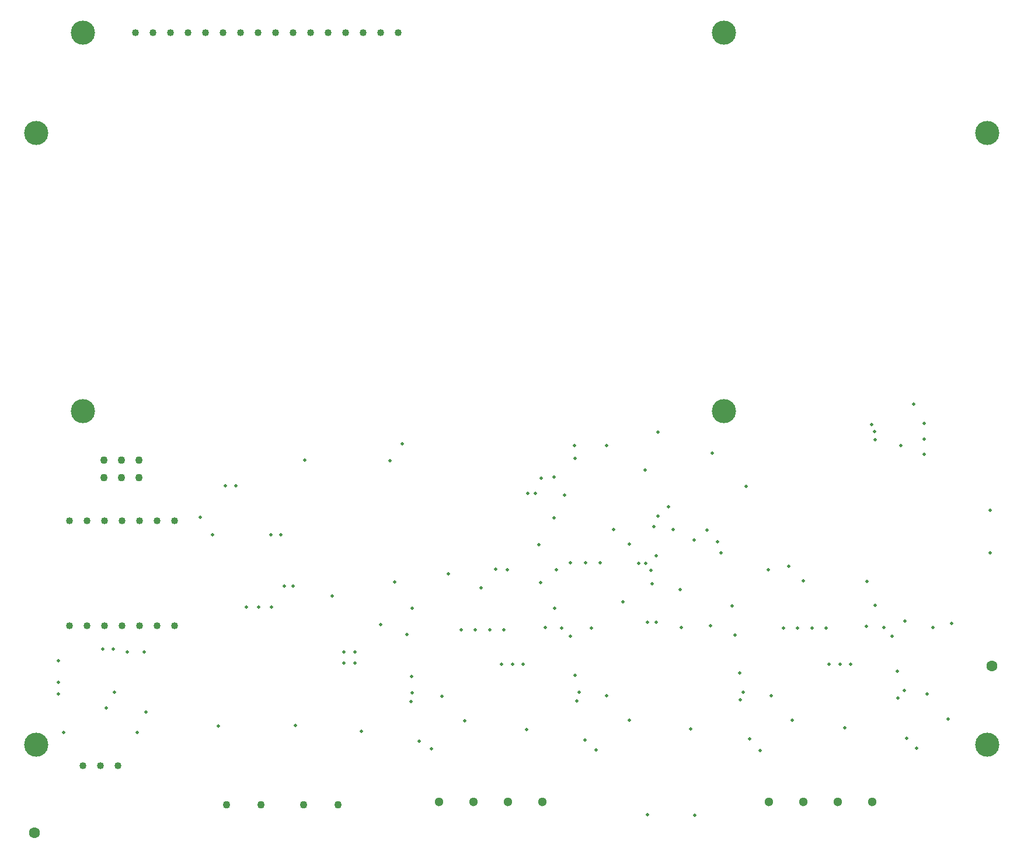
<source format=gbr>
%TF.GenerationSoftware,Altium Limited,Altium Designer,25.1.2 (22)*%
G04 Layer_Color=0*
%FSLAX26Y26*%
%MOIN*%
%TF.SameCoordinates,F7076460-2797-427A-AE81-16C54333DA03*%
%TF.FilePolarity,Positive*%
%TF.FileFunction,Plated,1,2,PTH,Drill*%
%TF.Part,Single*%
G01*
G75*
%TA.AperFunction,ComponentDrill*%
%ADD71C,0.040157*%
%ADD72C,0.043307*%
%ADD73C,0.137795*%
%ADD74C,0.040157*%
%ADD75C,0.051181*%
%ADD76C,0.062992*%
%TA.AperFunction,ViaDrill,NotFilled*%
%ADD77C,0.019685*%
D71*
X815000Y2130000D02*
D03*
X915000Y2130000D02*
D03*
X615000Y2130000D02*
D03*
X715000D02*
D03*
X815000Y1530000D02*
D03*
X915000D02*
D03*
X615000D02*
D03*
X715000D02*
D03*
X515000Y2130000D02*
D03*
X415000Y2130000D02*
D03*
X315000Y2130000D02*
D03*
Y1530000D02*
D03*
X515000D02*
D03*
X415000D02*
D03*
D72*
X710000Y2475000D02*
D03*
X610000Y2475000D02*
D03*
X710000Y2375000D02*
D03*
X610000D02*
D03*
X510000Y2475000D02*
D03*
Y2375000D02*
D03*
X1649597Y506732D02*
D03*
X1846447D02*
D03*
X1406957Y507605D02*
D03*
X1210107D02*
D03*
D73*
X390000Y2755000D02*
D03*
X390000Y4920000D02*
D03*
X4050000D02*
D03*
Y2755000D02*
D03*
X125000Y850000D02*
D03*
X5555000D02*
D03*
Y4345000D02*
D03*
X125000D02*
D03*
D74*
X890000Y4920000D02*
D03*
X990000D02*
D03*
X690000D02*
D03*
X790000D02*
D03*
X1090000D02*
D03*
X1190000D02*
D03*
X2190000D02*
D03*
X2090000D02*
D03*
X1490000D02*
D03*
X1590000D02*
D03*
X1290000D02*
D03*
X1390000D02*
D03*
X1890000D02*
D03*
X1990000D02*
D03*
X1690000D02*
D03*
X1790000D02*
D03*
X390000Y731102D02*
D03*
X490000D02*
D03*
X590000D02*
D03*
D75*
X2422835Y521857D02*
D03*
X2619685D02*
D03*
X2816536D02*
D03*
X3013386D02*
D03*
X4305446D02*
D03*
X4502296D02*
D03*
X4699146D02*
D03*
X4895997D02*
D03*
D76*
X5580000Y1300000D02*
D03*
X115000Y345000D02*
D03*
D77*
X1539043Y1757175D02*
D03*
X1588921Y1757749D02*
D03*
X5060000Y2560000D02*
D03*
X5132220Y2795691D02*
D03*
X5195000Y2597500D02*
D03*
Y2510000D02*
D03*
Y2685000D02*
D03*
X250000Y1330000D02*
D03*
X4258296Y816117D02*
D03*
X5150000Y830000D02*
D03*
X505000Y1395000D02*
D03*
X2975000Y2285000D02*
D03*
X2930000D02*
D03*
X1265000Y2330000D02*
D03*
X1205000D02*
D03*
X3800000Y1735000D02*
D03*
X3640000Y1770000D02*
D03*
X3475000Y1665000D02*
D03*
X1059348Y2150446D02*
D03*
X1130000Y2050000D02*
D03*
X3198122Y2559173D02*
D03*
X3380000Y2560000D02*
D03*
X3200000Y2485000D02*
D03*
X2170000Y1780000D02*
D03*
X1605000Y960000D02*
D03*
X565000Y1395000D02*
D03*
X2795000Y1505000D02*
D03*
X2713333D02*
D03*
X2631667D02*
D03*
X2550000D02*
D03*
X3260000Y1890000D02*
D03*
X3345000D02*
D03*
X4420000Y1870000D02*
D03*
X2993096Y1994725D02*
D03*
X3665000Y1930000D02*
D03*
X3080000Y2380000D02*
D03*
Y2145000D02*
D03*
X4035000Y1945000D02*
D03*
X4304449Y1849449D02*
D03*
X2475833Y1825833D02*
D03*
X3008390Y2373390D02*
D03*
X3140000Y2275000D02*
D03*
X3665000Y1550000D02*
D03*
X3612500D02*
D03*
X3602402Y1885000D02*
D03*
X3881042Y2019465D02*
D03*
X3953390Y2075748D02*
D03*
X525000Y1060000D02*
D03*
X748608Y1035000D02*
D03*
X643608Y1380315D02*
D03*
X738608D02*
D03*
X5245000Y1520000D02*
D03*
X1466667Y1635000D02*
D03*
X1395000D02*
D03*
X1323333D02*
D03*
X1520000Y2050000D02*
D03*
X1465000D02*
D03*
X1815000Y1700000D02*
D03*
X570000Y1150000D02*
D03*
X700000Y918750D02*
D03*
X280000Y920000D02*
D03*
X248608Y1140000D02*
D03*
Y1205000D02*
D03*
X1165000Y955000D02*
D03*
X4015000Y2010000D02*
D03*
X5570000Y1945000D02*
D03*
Y2190000D02*
D03*
X2270000Y1630000D02*
D03*
X4915000Y1645000D02*
D03*
X3985000Y2515000D02*
D03*
X3600000Y2420000D02*
D03*
X4115000Y1475000D02*
D03*
X3175000Y1470000D02*
D03*
X3295000Y1515000D02*
D03*
X3125000D02*
D03*
X4965000Y1520000D02*
D03*
X4715000Y1310000D02*
D03*
X4650000D02*
D03*
X4775000D02*
D03*
X2905000D02*
D03*
X2780000D02*
D03*
X2845000D02*
D03*
X1945000Y1315000D02*
D03*
Y1380000D02*
D03*
X1880000Y1315000D02*
D03*
Y1380000D02*
D03*
X2815000Y1850000D02*
D03*
X3095000D02*
D03*
X5010000Y1470000D02*
D03*
X4912137Y2592137D02*
D03*
X2215000Y2570000D02*
D03*
X3882938Y445000D02*
D03*
X3613859Y450577D02*
D03*
X3805716Y1519216D02*
D03*
X4865590Y1784829D02*
D03*
X5350715Y1544128D02*
D03*
X5210000Y1140000D02*
D03*
X5095000Y885000D02*
D03*
X5080000Y1160000D02*
D03*
X4320000Y1130000D02*
D03*
X4197074Y883278D02*
D03*
X4160000Y1150000D02*
D03*
X3379159Y1128301D02*
D03*
X3320000Y820000D02*
D03*
X3258181Y877967D02*
D03*
X3225000Y1150000D02*
D03*
X2380000Y825000D02*
D03*
X2440000Y1125000D02*
D03*
X2309961Y869961D02*
D03*
X2270000Y1145000D02*
D03*
X2266456Y1241184D02*
D03*
X3200838Y1245839D02*
D03*
X4140000Y1260000D02*
D03*
X5038667Y1271333D02*
D03*
X5084128Y1556079D02*
D03*
X3758740Y2078740D02*
D03*
X3650000Y2095000D02*
D03*
X2145000Y2473583D02*
D03*
X1655866Y2475000D02*
D03*
X3510000Y1995000D02*
D03*
X3420000Y2080000D02*
D03*
X2265000Y1095000D02*
D03*
X3210000Y1100000D02*
D03*
X4145000Y1105000D02*
D03*
X5045000Y1115000D02*
D03*
X3735000Y2210000D02*
D03*
X4176339Y2326339D02*
D03*
X3175000Y1890000D02*
D03*
X4740000Y945000D02*
D03*
X3860000Y940000D02*
D03*
X2925000Y935000D02*
D03*
X1980000Y925000D02*
D03*
X2570000Y985000D02*
D03*
X3510000Y990000D02*
D03*
X4440000D02*
D03*
X5330000Y995000D02*
D03*
X4865000Y1525000D02*
D03*
X3975000Y1530000D02*
D03*
X3030000Y1520000D02*
D03*
X2090000Y1535000D02*
D03*
X3005000Y1775000D02*
D03*
X4635000Y1515000D02*
D03*
X4553333D02*
D03*
X4471667D02*
D03*
X4390000D02*
D03*
X2665000Y1745000D02*
D03*
X3084019Y1629019D02*
D03*
X4098017Y1641983D02*
D03*
X2240561Y1479439D02*
D03*
X3565000Y1885000D02*
D03*
X3635000Y1845000D02*
D03*
X3675000Y2155000D02*
D03*
Y2635000D02*
D03*
X4893858Y2678858D02*
D03*
X4909489Y2638797D02*
D03*
X4505000Y1785000D02*
D03*
X2748195Y1853196D02*
D03*
%TF.MD5,71d0a6fb82750befbe37d7d68f0792ca*%
M02*

</source>
